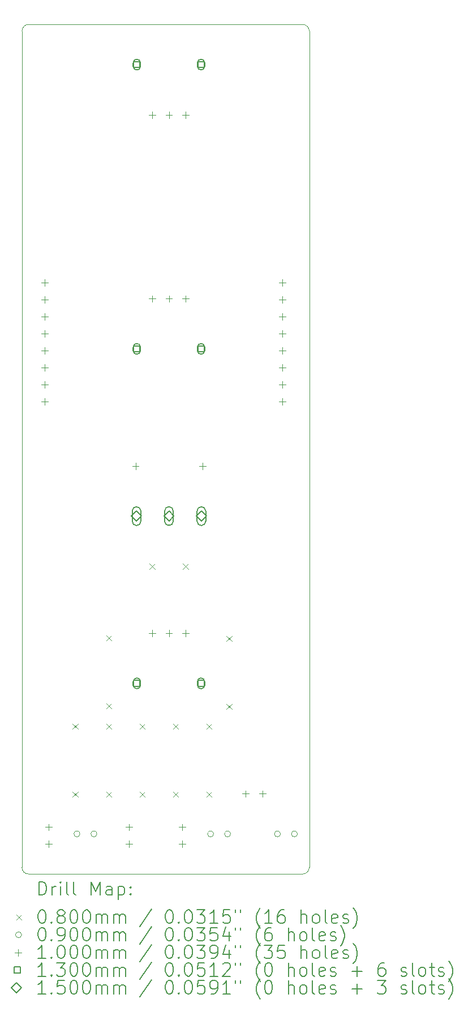
<source format=gbr>
%FSLAX45Y45*%
G04 Gerber Fmt 4.5, Leading zero omitted, Abs format (unit mm)*
G04 Created by KiCad (PCBNEW (6.0.5)) date 2022-09-08 21:10:07*
%MOMM*%
%LPD*%
G01*
G04 APERTURE LIST*
%TA.AperFunction,Profile*%
%ADD10C,0.100000*%
%TD*%
%ADD11C,0.200000*%
%ADD12C,0.080000*%
%ADD13C,0.090000*%
%ADD14C,0.100000*%
%ADD15C,0.130000*%
%ADD16C,0.150000*%
G04 APERTURE END LIST*
D10*
X7800000Y-18500000D02*
G75*
G03*
X7900000Y-18600000I100000J0D01*
G01*
X7800000Y-18500000D02*
X7800000Y-6000000D01*
X12100000Y-6000000D02*
G75*
G03*
X12000000Y-5900000I-100000J0D01*
G01*
X7900000Y-5900000D02*
X12000000Y-5900000D01*
X7900000Y-5900000D02*
G75*
G03*
X7800000Y-6000000I0J-100000D01*
G01*
X12000000Y-18600000D02*
X7900000Y-18600000D01*
X12000000Y-18600000D02*
G75*
G03*
X12100000Y-18500000I0J100000D01*
G01*
X12100000Y-6000000D02*
X12100000Y-18500000D01*
D11*
D12*
X8560000Y-16352000D02*
X8640000Y-16432000D01*
X8640000Y-16352000D02*
X8560000Y-16432000D01*
X8560000Y-17368000D02*
X8640000Y-17448000D01*
X8640000Y-17368000D02*
X8560000Y-17448000D01*
X9060000Y-15032000D02*
X9140000Y-15112000D01*
X9140000Y-15032000D02*
X9060000Y-15112000D01*
X9060000Y-16048000D02*
X9140000Y-16128000D01*
X9140000Y-16048000D02*
X9060000Y-16128000D01*
X9060000Y-16352000D02*
X9140000Y-16432000D01*
X9140000Y-16352000D02*
X9060000Y-16432000D01*
X9060000Y-17368000D02*
X9140000Y-17448000D01*
X9140000Y-17368000D02*
X9060000Y-17448000D01*
X9560000Y-16352000D02*
X9640000Y-16432000D01*
X9640000Y-16352000D02*
X9560000Y-16432000D01*
X9560000Y-17368000D02*
X9640000Y-17448000D01*
X9640000Y-17368000D02*
X9560000Y-17448000D01*
X9710000Y-13960000D02*
X9790000Y-14040000D01*
X9790000Y-13960000D02*
X9710000Y-14040000D01*
X10060000Y-16352000D02*
X10140000Y-16432000D01*
X10140000Y-16352000D02*
X10060000Y-16432000D01*
X10060000Y-17368000D02*
X10140000Y-17448000D01*
X10140000Y-17368000D02*
X10060000Y-17448000D01*
X10210000Y-13960000D02*
X10290000Y-14040000D01*
X10290000Y-13960000D02*
X10210000Y-14040000D01*
X10560000Y-16352000D02*
X10640000Y-16432000D01*
X10640000Y-16352000D02*
X10560000Y-16432000D01*
X10560000Y-17368000D02*
X10640000Y-17448000D01*
X10640000Y-17368000D02*
X10560000Y-17448000D01*
X10860000Y-15040000D02*
X10940000Y-15120000D01*
X10940000Y-15040000D02*
X10860000Y-15120000D01*
X10860000Y-16056000D02*
X10940000Y-16136000D01*
X10940000Y-16056000D02*
X10860000Y-16136000D01*
D13*
X8668000Y-18000000D02*
G75*
G03*
X8668000Y-18000000I-45000J0D01*
G01*
X8922000Y-18000000D02*
G75*
G03*
X8922000Y-18000000I-45000J0D01*
G01*
X10668000Y-18000000D02*
G75*
G03*
X10668000Y-18000000I-45000J0D01*
G01*
X10922000Y-18000000D02*
G75*
G03*
X10922000Y-18000000I-45000J0D01*
G01*
X11668000Y-18000000D02*
G75*
G03*
X11668000Y-18000000I-45000J0D01*
G01*
X11922000Y-18000000D02*
G75*
G03*
X11922000Y-18000000I-45000J0D01*
G01*
D14*
X8141300Y-9709200D02*
X8141300Y-9809200D01*
X8091300Y-9759200D02*
X8191300Y-9759200D01*
X8141300Y-9963200D02*
X8141300Y-10063200D01*
X8091300Y-10013200D02*
X8191300Y-10013200D01*
X8141300Y-10217200D02*
X8141300Y-10317200D01*
X8091300Y-10267200D02*
X8191300Y-10267200D01*
X8141300Y-10471200D02*
X8141300Y-10571200D01*
X8091300Y-10521200D02*
X8191300Y-10521200D01*
X8141300Y-10725200D02*
X8141300Y-10825200D01*
X8091300Y-10775200D02*
X8191300Y-10775200D01*
X8141300Y-10979200D02*
X8141300Y-11079200D01*
X8091300Y-11029200D02*
X8191300Y-11029200D01*
X8141300Y-11233200D02*
X8141300Y-11333200D01*
X8091300Y-11283200D02*
X8191300Y-11283200D01*
X8141300Y-11487200D02*
X8141300Y-11587200D01*
X8091300Y-11537200D02*
X8191300Y-11537200D01*
X8200000Y-17850000D02*
X8200000Y-17950000D01*
X8150000Y-17900000D02*
X8250000Y-17900000D01*
X8200000Y-18100000D02*
X8200000Y-18200000D01*
X8150000Y-18150000D02*
X8250000Y-18150000D01*
X9400000Y-17850000D02*
X9400000Y-17950000D01*
X9350000Y-17900000D02*
X9450000Y-17900000D01*
X9400000Y-18100000D02*
X9400000Y-18200000D01*
X9350000Y-18150000D02*
X9450000Y-18150000D01*
X9500000Y-12450000D02*
X9500000Y-12550000D01*
X9450000Y-12500000D02*
X9550000Y-12500000D01*
X9750000Y-7200000D02*
X9750000Y-7300000D01*
X9700000Y-7250000D02*
X9800000Y-7250000D01*
X9750000Y-9950000D02*
X9750000Y-10050000D01*
X9700000Y-10000000D02*
X9800000Y-10000000D01*
X9750000Y-14950000D02*
X9750000Y-15050000D01*
X9700000Y-15000000D02*
X9800000Y-15000000D01*
X10000000Y-7200000D02*
X10000000Y-7300000D01*
X9950000Y-7250000D02*
X10050000Y-7250000D01*
X10000000Y-9950000D02*
X10000000Y-10050000D01*
X9950000Y-10000000D02*
X10050000Y-10000000D01*
X10000000Y-14950000D02*
X10000000Y-15050000D01*
X9950000Y-15000000D02*
X10050000Y-15000000D01*
X10200000Y-17850000D02*
X10200000Y-17950000D01*
X10150000Y-17900000D02*
X10250000Y-17900000D01*
X10200000Y-18100000D02*
X10200000Y-18200000D01*
X10150000Y-18150000D02*
X10250000Y-18150000D01*
X10250000Y-7200000D02*
X10250000Y-7300000D01*
X10200000Y-7250000D02*
X10300000Y-7250000D01*
X10250000Y-9950000D02*
X10250000Y-10050000D01*
X10200000Y-10000000D02*
X10300000Y-10000000D01*
X10250000Y-14950000D02*
X10250000Y-15050000D01*
X10200000Y-15000000D02*
X10300000Y-15000000D01*
X10500000Y-12450000D02*
X10500000Y-12550000D01*
X10450000Y-12500000D02*
X10550000Y-12500000D01*
X11150000Y-17350000D02*
X11150000Y-17450000D01*
X11100000Y-17400000D02*
X11200000Y-17400000D01*
X11400000Y-17350000D02*
X11400000Y-17450000D01*
X11350000Y-17400000D02*
X11450000Y-17400000D01*
X11697300Y-9709300D02*
X11697300Y-9809300D01*
X11647300Y-9759300D02*
X11747300Y-9759300D01*
X11697300Y-9963300D02*
X11697300Y-10063300D01*
X11647300Y-10013300D02*
X11747300Y-10013300D01*
X11697300Y-10217300D02*
X11697300Y-10317300D01*
X11647300Y-10267300D02*
X11747300Y-10267300D01*
X11697300Y-10471300D02*
X11697300Y-10571300D01*
X11647300Y-10521300D02*
X11747300Y-10521300D01*
X11697300Y-10725300D02*
X11697300Y-10825300D01*
X11647300Y-10775300D02*
X11747300Y-10775300D01*
X11697300Y-10979300D02*
X11697300Y-11079300D01*
X11647300Y-11029300D02*
X11747300Y-11029300D01*
X11697300Y-11233300D02*
X11697300Y-11333300D01*
X11647300Y-11283300D02*
X11747300Y-11283300D01*
X11697300Y-11487300D02*
X11697300Y-11587300D01*
X11647300Y-11537300D02*
X11747300Y-11537300D01*
D15*
X9565962Y-6545962D02*
X9565962Y-6454038D01*
X9474038Y-6454038D01*
X9474038Y-6545962D01*
X9565962Y-6545962D01*
D11*
X9465000Y-6475000D02*
X9465000Y-6525000D01*
X9575000Y-6475000D02*
X9575000Y-6525000D01*
X9465000Y-6525000D02*
G75*
G03*
X9575000Y-6525000I55000J0D01*
G01*
X9575000Y-6475000D02*
G75*
G03*
X9465000Y-6475000I-55000J0D01*
G01*
D15*
X9565962Y-10795962D02*
X9565962Y-10704038D01*
X9474038Y-10704038D01*
X9474038Y-10795962D01*
X9565962Y-10795962D01*
D11*
X9575000Y-10775000D02*
X9575000Y-10725000D01*
X9465000Y-10775000D02*
X9465000Y-10725000D01*
X9575000Y-10725000D02*
G75*
G03*
X9465000Y-10725000I-55000J0D01*
G01*
X9465000Y-10775000D02*
G75*
G03*
X9575000Y-10775000I55000J0D01*
G01*
D15*
X9565962Y-15795962D02*
X9565962Y-15704038D01*
X9474038Y-15704038D01*
X9474038Y-15795962D01*
X9565962Y-15795962D01*
D11*
X9575000Y-15775000D02*
X9575000Y-15725000D01*
X9465000Y-15775000D02*
X9465000Y-15725000D01*
X9575000Y-15725000D02*
G75*
G03*
X9465000Y-15725000I-55000J0D01*
G01*
X9465000Y-15775000D02*
G75*
G03*
X9575000Y-15775000I55000J0D01*
G01*
D15*
X10525962Y-6545962D02*
X10525962Y-6454038D01*
X10434038Y-6454038D01*
X10434038Y-6545962D01*
X10525962Y-6545962D01*
D11*
X10425000Y-6475000D02*
X10425000Y-6525000D01*
X10535000Y-6475000D02*
X10535000Y-6525000D01*
X10425000Y-6525000D02*
G75*
G03*
X10535000Y-6525000I55000J0D01*
G01*
X10535000Y-6475000D02*
G75*
G03*
X10425000Y-6475000I-55000J0D01*
G01*
D15*
X10525962Y-10795962D02*
X10525962Y-10704038D01*
X10434038Y-10704038D01*
X10434038Y-10795962D01*
X10525962Y-10795962D01*
D11*
X10535000Y-10775000D02*
X10535000Y-10725000D01*
X10425000Y-10775000D02*
X10425000Y-10725000D01*
X10535000Y-10725000D02*
G75*
G03*
X10425000Y-10725000I-55000J0D01*
G01*
X10425000Y-10775000D02*
G75*
G03*
X10535000Y-10775000I55000J0D01*
G01*
D15*
X10525962Y-15795962D02*
X10525962Y-15704038D01*
X10434038Y-15704038D01*
X10434038Y-15795962D01*
X10525962Y-15795962D01*
D11*
X10535000Y-15775000D02*
X10535000Y-15725000D01*
X10425000Y-15775000D02*
X10425000Y-15725000D01*
X10535000Y-15725000D02*
G75*
G03*
X10425000Y-15725000I-55000J0D01*
G01*
X10425000Y-15775000D02*
G75*
G03*
X10535000Y-15775000I55000J0D01*
G01*
D16*
X9515000Y-13325000D02*
X9590000Y-13250000D01*
X9515000Y-13175000D01*
X9440000Y-13250000D01*
X9515000Y-13325000D01*
D11*
X9580000Y-13325000D02*
X9580000Y-13175000D01*
X9450000Y-13325000D02*
X9450000Y-13175000D01*
X9580000Y-13175000D02*
G75*
G03*
X9450000Y-13175000I-65000J0D01*
G01*
X9450000Y-13325000D02*
G75*
G03*
X9580000Y-13325000I65000J0D01*
G01*
D16*
X10000000Y-13325000D02*
X10075000Y-13250000D01*
X10000000Y-13175000D01*
X9925000Y-13250000D01*
X10000000Y-13325000D01*
D11*
X10065000Y-13325000D02*
X10065000Y-13175000D01*
X9935000Y-13325000D02*
X9935000Y-13175000D01*
X10065000Y-13175000D02*
G75*
G03*
X9935000Y-13175000I-65000J0D01*
G01*
X9935000Y-13325000D02*
G75*
G03*
X10065000Y-13325000I65000J0D01*
G01*
D16*
X10485000Y-13325000D02*
X10560000Y-13250000D01*
X10485000Y-13175000D01*
X10410000Y-13250000D01*
X10485000Y-13325000D01*
D11*
X10550000Y-13325000D02*
X10550000Y-13175000D01*
X10420000Y-13325000D02*
X10420000Y-13175000D01*
X10550000Y-13175000D02*
G75*
G03*
X10420000Y-13175000I-65000J0D01*
G01*
X10420000Y-13325000D02*
G75*
G03*
X10550000Y-13325000I65000J0D01*
G01*
X8052619Y-18915476D02*
X8052619Y-18715476D01*
X8100238Y-18715476D01*
X8128809Y-18725000D01*
X8147857Y-18744048D01*
X8157381Y-18763095D01*
X8166905Y-18801190D01*
X8166905Y-18829762D01*
X8157381Y-18867857D01*
X8147857Y-18886905D01*
X8128809Y-18905952D01*
X8100238Y-18915476D01*
X8052619Y-18915476D01*
X8252619Y-18915476D02*
X8252619Y-18782143D01*
X8252619Y-18820238D02*
X8262143Y-18801190D01*
X8271667Y-18791667D01*
X8290714Y-18782143D01*
X8309762Y-18782143D01*
X8376428Y-18915476D02*
X8376428Y-18782143D01*
X8376428Y-18715476D02*
X8366905Y-18725000D01*
X8376428Y-18734524D01*
X8385952Y-18725000D01*
X8376428Y-18715476D01*
X8376428Y-18734524D01*
X8500238Y-18915476D02*
X8481190Y-18905952D01*
X8471667Y-18886905D01*
X8471667Y-18715476D01*
X8605000Y-18915476D02*
X8585952Y-18905952D01*
X8576429Y-18886905D01*
X8576429Y-18715476D01*
X8833571Y-18915476D02*
X8833571Y-18715476D01*
X8900238Y-18858333D01*
X8966905Y-18715476D01*
X8966905Y-18915476D01*
X9147857Y-18915476D02*
X9147857Y-18810714D01*
X9138333Y-18791667D01*
X9119286Y-18782143D01*
X9081190Y-18782143D01*
X9062143Y-18791667D01*
X9147857Y-18905952D02*
X9128810Y-18915476D01*
X9081190Y-18915476D01*
X9062143Y-18905952D01*
X9052619Y-18886905D01*
X9052619Y-18867857D01*
X9062143Y-18848810D01*
X9081190Y-18839286D01*
X9128810Y-18839286D01*
X9147857Y-18829762D01*
X9243095Y-18782143D02*
X9243095Y-18982143D01*
X9243095Y-18791667D02*
X9262143Y-18782143D01*
X9300238Y-18782143D01*
X9319286Y-18791667D01*
X9328810Y-18801190D01*
X9338333Y-18820238D01*
X9338333Y-18877381D01*
X9328810Y-18896429D01*
X9319286Y-18905952D01*
X9300238Y-18915476D01*
X9262143Y-18915476D01*
X9243095Y-18905952D01*
X9424048Y-18896429D02*
X9433571Y-18905952D01*
X9424048Y-18915476D01*
X9414524Y-18905952D01*
X9424048Y-18896429D01*
X9424048Y-18915476D01*
X9424048Y-18791667D02*
X9433571Y-18801190D01*
X9424048Y-18810714D01*
X9414524Y-18801190D01*
X9424048Y-18791667D01*
X9424048Y-18810714D01*
D12*
X7715000Y-19205000D02*
X7795000Y-19285000D01*
X7795000Y-19205000D02*
X7715000Y-19285000D01*
D11*
X8090714Y-19135476D02*
X8109762Y-19135476D01*
X8128809Y-19145000D01*
X8138333Y-19154524D01*
X8147857Y-19173571D01*
X8157381Y-19211667D01*
X8157381Y-19259286D01*
X8147857Y-19297381D01*
X8138333Y-19316429D01*
X8128809Y-19325952D01*
X8109762Y-19335476D01*
X8090714Y-19335476D01*
X8071667Y-19325952D01*
X8062143Y-19316429D01*
X8052619Y-19297381D01*
X8043095Y-19259286D01*
X8043095Y-19211667D01*
X8052619Y-19173571D01*
X8062143Y-19154524D01*
X8071667Y-19145000D01*
X8090714Y-19135476D01*
X8243095Y-19316429D02*
X8252619Y-19325952D01*
X8243095Y-19335476D01*
X8233571Y-19325952D01*
X8243095Y-19316429D01*
X8243095Y-19335476D01*
X8366905Y-19221190D02*
X8347857Y-19211667D01*
X8338333Y-19202143D01*
X8328809Y-19183095D01*
X8328809Y-19173571D01*
X8338333Y-19154524D01*
X8347857Y-19145000D01*
X8366905Y-19135476D01*
X8405000Y-19135476D01*
X8424048Y-19145000D01*
X8433571Y-19154524D01*
X8443095Y-19173571D01*
X8443095Y-19183095D01*
X8433571Y-19202143D01*
X8424048Y-19211667D01*
X8405000Y-19221190D01*
X8366905Y-19221190D01*
X8347857Y-19230714D01*
X8338333Y-19240238D01*
X8328809Y-19259286D01*
X8328809Y-19297381D01*
X8338333Y-19316429D01*
X8347857Y-19325952D01*
X8366905Y-19335476D01*
X8405000Y-19335476D01*
X8424048Y-19325952D01*
X8433571Y-19316429D01*
X8443095Y-19297381D01*
X8443095Y-19259286D01*
X8433571Y-19240238D01*
X8424048Y-19230714D01*
X8405000Y-19221190D01*
X8566905Y-19135476D02*
X8585952Y-19135476D01*
X8605000Y-19145000D01*
X8614524Y-19154524D01*
X8624048Y-19173571D01*
X8633571Y-19211667D01*
X8633571Y-19259286D01*
X8624048Y-19297381D01*
X8614524Y-19316429D01*
X8605000Y-19325952D01*
X8585952Y-19335476D01*
X8566905Y-19335476D01*
X8547857Y-19325952D01*
X8538333Y-19316429D01*
X8528810Y-19297381D01*
X8519286Y-19259286D01*
X8519286Y-19211667D01*
X8528810Y-19173571D01*
X8538333Y-19154524D01*
X8547857Y-19145000D01*
X8566905Y-19135476D01*
X8757381Y-19135476D02*
X8776429Y-19135476D01*
X8795476Y-19145000D01*
X8805000Y-19154524D01*
X8814524Y-19173571D01*
X8824048Y-19211667D01*
X8824048Y-19259286D01*
X8814524Y-19297381D01*
X8805000Y-19316429D01*
X8795476Y-19325952D01*
X8776429Y-19335476D01*
X8757381Y-19335476D01*
X8738333Y-19325952D01*
X8728810Y-19316429D01*
X8719286Y-19297381D01*
X8709762Y-19259286D01*
X8709762Y-19211667D01*
X8719286Y-19173571D01*
X8728810Y-19154524D01*
X8738333Y-19145000D01*
X8757381Y-19135476D01*
X8909762Y-19335476D02*
X8909762Y-19202143D01*
X8909762Y-19221190D02*
X8919286Y-19211667D01*
X8938333Y-19202143D01*
X8966905Y-19202143D01*
X8985952Y-19211667D01*
X8995476Y-19230714D01*
X8995476Y-19335476D01*
X8995476Y-19230714D02*
X9005000Y-19211667D01*
X9024048Y-19202143D01*
X9052619Y-19202143D01*
X9071667Y-19211667D01*
X9081190Y-19230714D01*
X9081190Y-19335476D01*
X9176429Y-19335476D02*
X9176429Y-19202143D01*
X9176429Y-19221190D02*
X9185952Y-19211667D01*
X9205000Y-19202143D01*
X9233571Y-19202143D01*
X9252619Y-19211667D01*
X9262143Y-19230714D01*
X9262143Y-19335476D01*
X9262143Y-19230714D02*
X9271667Y-19211667D01*
X9290714Y-19202143D01*
X9319286Y-19202143D01*
X9338333Y-19211667D01*
X9347857Y-19230714D01*
X9347857Y-19335476D01*
X9738333Y-19125952D02*
X9566905Y-19383095D01*
X9995476Y-19135476D02*
X10014524Y-19135476D01*
X10033571Y-19145000D01*
X10043095Y-19154524D01*
X10052619Y-19173571D01*
X10062143Y-19211667D01*
X10062143Y-19259286D01*
X10052619Y-19297381D01*
X10043095Y-19316429D01*
X10033571Y-19325952D01*
X10014524Y-19335476D01*
X9995476Y-19335476D01*
X9976429Y-19325952D01*
X9966905Y-19316429D01*
X9957381Y-19297381D01*
X9947857Y-19259286D01*
X9947857Y-19211667D01*
X9957381Y-19173571D01*
X9966905Y-19154524D01*
X9976429Y-19145000D01*
X9995476Y-19135476D01*
X10147857Y-19316429D02*
X10157381Y-19325952D01*
X10147857Y-19335476D01*
X10138333Y-19325952D01*
X10147857Y-19316429D01*
X10147857Y-19335476D01*
X10281190Y-19135476D02*
X10300238Y-19135476D01*
X10319286Y-19145000D01*
X10328810Y-19154524D01*
X10338333Y-19173571D01*
X10347857Y-19211667D01*
X10347857Y-19259286D01*
X10338333Y-19297381D01*
X10328810Y-19316429D01*
X10319286Y-19325952D01*
X10300238Y-19335476D01*
X10281190Y-19335476D01*
X10262143Y-19325952D01*
X10252619Y-19316429D01*
X10243095Y-19297381D01*
X10233571Y-19259286D01*
X10233571Y-19211667D01*
X10243095Y-19173571D01*
X10252619Y-19154524D01*
X10262143Y-19145000D01*
X10281190Y-19135476D01*
X10414524Y-19135476D02*
X10538333Y-19135476D01*
X10471667Y-19211667D01*
X10500238Y-19211667D01*
X10519286Y-19221190D01*
X10528810Y-19230714D01*
X10538333Y-19249762D01*
X10538333Y-19297381D01*
X10528810Y-19316429D01*
X10519286Y-19325952D01*
X10500238Y-19335476D01*
X10443095Y-19335476D01*
X10424048Y-19325952D01*
X10414524Y-19316429D01*
X10728810Y-19335476D02*
X10614524Y-19335476D01*
X10671667Y-19335476D02*
X10671667Y-19135476D01*
X10652619Y-19164048D01*
X10633571Y-19183095D01*
X10614524Y-19192619D01*
X10909762Y-19135476D02*
X10814524Y-19135476D01*
X10805000Y-19230714D01*
X10814524Y-19221190D01*
X10833571Y-19211667D01*
X10881190Y-19211667D01*
X10900238Y-19221190D01*
X10909762Y-19230714D01*
X10919286Y-19249762D01*
X10919286Y-19297381D01*
X10909762Y-19316429D01*
X10900238Y-19325952D01*
X10881190Y-19335476D01*
X10833571Y-19335476D01*
X10814524Y-19325952D01*
X10805000Y-19316429D01*
X10995476Y-19135476D02*
X10995476Y-19173571D01*
X11071667Y-19135476D02*
X11071667Y-19173571D01*
X11366905Y-19411667D02*
X11357381Y-19402143D01*
X11338333Y-19373571D01*
X11328809Y-19354524D01*
X11319286Y-19325952D01*
X11309762Y-19278333D01*
X11309762Y-19240238D01*
X11319286Y-19192619D01*
X11328809Y-19164048D01*
X11338333Y-19145000D01*
X11357381Y-19116429D01*
X11366905Y-19106905D01*
X11547857Y-19335476D02*
X11433571Y-19335476D01*
X11490714Y-19335476D02*
X11490714Y-19135476D01*
X11471667Y-19164048D01*
X11452619Y-19183095D01*
X11433571Y-19192619D01*
X11719286Y-19135476D02*
X11681190Y-19135476D01*
X11662143Y-19145000D01*
X11652619Y-19154524D01*
X11633571Y-19183095D01*
X11624048Y-19221190D01*
X11624048Y-19297381D01*
X11633571Y-19316429D01*
X11643095Y-19325952D01*
X11662143Y-19335476D01*
X11700238Y-19335476D01*
X11719286Y-19325952D01*
X11728809Y-19316429D01*
X11738333Y-19297381D01*
X11738333Y-19249762D01*
X11728809Y-19230714D01*
X11719286Y-19221190D01*
X11700238Y-19211667D01*
X11662143Y-19211667D01*
X11643095Y-19221190D01*
X11633571Y-19230714D01*
X11624048Y-19249762D01*
X11976428Y-19335476D02*
X11976428Y-19135476D01*
X12062143Y-19335476D02*
X12062143Y-19230714D01*
X12052619Y-19211667D01*
X12033571Y-19202143D01*
X12005000Y-19202143D01*
X11985952Y-19211667D01*
X11976428Y-19221190D01*
X12185952Y-19335476D02*
X12166905Y-19325952D01*
X12157381Y-19316429D01*
X12147857Y-19297381D01*
X12147857Y-19240238D01*
X12157381Y-19221190D01*
X12166905Y-19211667D01*
X12185952Y-19202143D01*
X12214524Y-19202143D01*
X12233571Y-19211667D01*
X12243095Y-19221190D01*
X12252619Y-19240238D01*
X12252619Y-19297381D01*
X12243095Y-19316429D01*
X12233571Y-19325952D01*
X12214524Y-19335476D01*
X12185952Y-19335476D01*
X12366905Y-19335476D02*
X12347857Y-19325952D01*
X12338333Y-19306905D01*
X12338333Y-19135476D01*
X12519286Y-19325952D02*
X12500238Y-19335476D01*
X12462143Y-19335476D01*
X12443095Y-19325952D01*
X12433571Y-19306905D01*
X12433571Y-19230714D01*
X12443095Y-19211667D01*
X12462143Y-19202143D01*
X12500238Y-19202143D01*
X12519286Y-19211667D01*
X12528809Y-19230714D01*
X12528809Y-19249762D01*
X12433571Y-19268810D01*
X12605000Y-19325952D02*
X12624048Y-19335476D01*
X12662143Y-19335476D01*
X12681190Y-19325952D01*
X12690714Y-19306905D01*
X12690714Y-19297381D01*
X12681190Y-19278333D01*
X12662143Y-19268810D01*
X12633571Y-19268810D01*
X12614524Y-19259286D01*
X12605000Y-19240238D01*
X12605000Y-19230714D01*
X12614524Y-19211667D01*
X12633571Y-19202143D01*
X12662143Y-19202143D01*
X12681190Y-19211667D01*
X12757381Y-19411667D02*
X12766905Y-19402143D01*
X12785952Y-19373571D01*
X12795476Y-19354524D01*
X12805000Y-19325952D01*
X12814524Y-19278333D01*
X12814524Y-19240238D01*
X12805000Y-19192619D01*
X12795476Y-19164048D01*
X12785952Y-19145000D01*
X12766905Y-19116429D01*
X12757381Y-19106905D01*
D13*
X7795000Y-19509000D02*
G75*
G03*
X7795000Y-19509000I-45000J0D01*
G01*
D11*
X8090714Y-19399476D02*
X8109762Y-19399476D01*
X8128809Y-19409000D01*
X8138333Y-19418524D01*
X8147857Y-19437571D01*
X8157381Y-19475667D01*
X8157381Y-19523286D01*
X8147857Y-19561381D01*
X8138333Y-19580429D01*
X8128809Y-19589952D01*
X8109762Y-19599476D01*
X8090714Y-19599476D01*
X8071667Y-19589952D01*
X8062143Y-19580429D01*
X8052619Y-19561381D01*
X8043095Y-19523286D01*
X8043095Y-19475667D01*
X8052619Y-19437571D01*
X8062143Y-19418524D01*
X8071667Y-19409000D01*
X8090714Y-19399476D01*
X8243095Y-19580429D02*
X8252619Y-19589952D01*
X8243095Y-19599476D01*
X8233571Y-19589952D01*
X8243095Y-19580429D01*
X8243095Y-19599476D01*
X8347857Y-19599476D02*
X8385952Y-19599476D01*
X8405000Y-19589952D01*
X8414524Y-19580429D01*
X8433571Y-19551857D01*
X8443095Y-19513762D01*
X8443095Y-19437571D01*
X8433571Y-19418524D01*
X8424048Y-19409000D01*
X8405000Y-19399476D01*
X8366905Y-19399476D01*
X8347857Y-19409000D01*
X8338333Y-19418524D01*
X8328809Y-19437571D01*
X8328809Y-19485190D01*
X8338333Y-19504238D01*
X8347857Y-19513762D01*
X8366905Y-19523286D01*
X8405000Y-19523286D01*
X8424048Y-19513762D01*
X8433571Y-19504238D01*
X8443095Y-19485190D01*
X8566905Y-19399476D02*
X8585952Y-19399476D01*
X8605000Y-19409000D01*
X8614524Y-19418524D01*
X8624048Y-19437571D01*
X8633571Y-19475667D01*
X8633571Y-19523286D01*
X8624048Y-19561381D01*
X8614524Y-19580429D01*
X8605000Y-19589952D01*
X8585952Y-19599476D01*
X8566905Y-19599476D01*
X8547857Y-19589952D01*
X8538333Y-19580429D01*
X8528810Y-19561381D01*
X8519286Y-19523286D01*
X8519286Y-19475667D01*
X8528810Y-19437571D01*
X8538333Y-19418524D01*
X8547857Y-19409000D01*
X8566905Y-19399476D01*
X8757381Y-19399476D02*
X8776429Y-19399476D01*
X8795476Y-19409000D01*
X8805000Y-19418524D01*
X8814524Y-19437571D01*
X8824048Y-19475667D01*
X8824048Y-19523286D01*
X8814524Y-19561381D01*
X8805000Y-19580429D01*
X8795476Y-19589952D01*
X8776429Y-19599476D01*
X8757381Y-19599476D01*
X8738333Y-19589952D01*
X8728810Y-19580429D01*
X8719286Y-19561381D01*
X8709762Y-19523286D01*
X8709762Y-19475667D01*
X8719286Y-19437571D01*
X8728810Y-19418524D01*
X8738333Y-19409000D01*
X8757381Y-19399476D01*
X8909762Y-19599476D02*
X8909762Y-19466143D01*
X8909762Y-19485190D02*
X8919286Y-19475667D01*
X8938333Y-19466143D01*
X8966905Y-19466143D01*
X8985952Y-19475667D01*
X8995476Y-19494714D01*
X8995476Y-19599476D01*
X8995476Y-19494714D02*
X9005000Y-19475667D01*
X9024048Y-19466143D01*
X9052619Y-19466143D01*
X9071667Y-19475667D01*
X9081190Y-19494714D01*
X9081190Y-19599476D01*
X9176429Y-19599476D02*
X9176429Y-19466143D01*
X9176429Y-19485190D02*
X9185952Y-19475667D01*
X9205000Y-19466143D01*
X9233571Y-19466143D01*
X9252619Y-19475667D01*
X9262143Y-19494714D01*
X9262143Y-19599476D01*
X9262143Y-19494714D02*
X9271667Y-19475667D01*
X9290714Y-19466143D01*
X9319286Y-19466143D01*
X9338333Y-19475667D01*
X9347857Y-19494714D01*
X9347857Y-19599476D01*
X9738333Y-19389952D02*
X9566905Y-19647095D01*
X9995476Y-19399476D02*
X10014524Y-19399476D01*
X10033571Y-19409000D01*
X10043095Y-19418524D01*
X10052619Y-19437571D01*
X10062143Y-19475667D01*
X10062143Y-19523286D01*
X10052619Y-19561381D01*
X10043095Y-19580429D01*
X10033571Y-19589952D01*
X10014524Y-19599476D01*
X9995476Y-19599476D01*
X9976429Y-19589952D01*
X9966905Y-19580429D01*
X9957381Y-19561381D01*
X9947857Y-19523286D01*
X9947857Y-19475667D01*
X9957381Y-19437571D01*
X9966905Y-19418524D01*
X9976429Y-19409000D01*
X9995476Y-19399476D01*
X10147857Y-19580429D02*
X10157381Y-19589952D01*
X10147857Y-19599476D01*
X10138333Y-19589952D01*
X10147857Y-19580429D01*
X10147857Y-19599476D01*
X10281190Y-19399476D02*
X10300238Y-19399476D01*
X10319286Y-19409000D01*
X10328810Y-19418524D01*
X10338333Y-19437571D01*
X10347857Y-19475667D01*
X10347857Y-19523286D01*
X10338333Y-19561381D01*
X10328810Y-19580429D01*
X10319286Y-19589952D01*
X10300238Y-19599476D01*
X10281190Y-19599476D01*
X10262143Y-19589952D01*
X10252619Y-19580429D01*
X10243095Y-19561381D01*
X10233571Y-19523286D01*
X10233571Y-19475667D01*
X10243095Y-19437571D01*
X10252619Y-19418524D01*
X10262143Y-19409000D01*
X10281190Y-19399476D01*
X10414524Y-19399476D02*
X10538333Y-19399476D01*
X10471667Y-19475667D01*
X10500238Y-19475667D01*
X10519286Y-19485190D01*
X10528810Y-19494714D01*
X10538333Y-19513762D01*
X10538333Y-19561381D01*
X10528810Y-19580429D01*
X10519286Y-19589952D01*
X10500238Y-19599476D01*
X10443095Y-19599476D01*
X10424048Y-19589952D01*
X10414524Y-19580429D01*
X10719286Y-19399476D02*
X10624048Y-19399476D01*
X10614524Y-19494714D01*
X10624048Y-19485190D01*
X10643095Y-19475667D01*
X10690714Y-19475667D01*
X10709762Y-19485190D01*
X10719286Y-19494714D01*
X10728810Y-19513762D01*
X10728810Y-19561381D01*
X10719286Y-19580429D01*
X10709762Y-19589952D01*
X10690714Y-19599476D01*
X10643095Y-19599476D01*
X10624048Y-19589952D01*
X10614524Y-19580429D01*
X10900238Y-19466143D02*
X10900238Y-19599476D01*
X10852619Y-19389952D02*
X10805000Y-19532810D01*
X10928810Y-19532810D01*
X10995476Y-19399476D02*
X10995476Y-19437571D01*
X11071667Y-19399476D02*
X11071667Y-19437571D01*
X11366905Y-19675667D02*
X11357381Y-19666143D01*
X11338333Y-19637571D01*
X11328809Y-19618524D01*
X11319286Y-19589952D01*
X11309762Y-19542333D01*
X11309762Y-19504238D01*
X11319286Y-19456619D01*
X11328809Y-19428048D01*
X11338333Y-19409000D01*
X11357381Y-19380429D01*
X11366905Y-19370905D01*
X11528809Y-19399476D02*
X11490714Y-19399476D01*
X11471667Y-19409000D01*
X11462143Y-19418524D01*
X11443095Y-19447095D01*
X11433571Y-19485190D01*
X11433571Y-19561381D01*
X11443095Y-19580429D01*
X11452619Y-19589952D01*
X11471667Y-19599476D01*
X11509762Y-19599476D01*
X11528809Y-19589952D01*
X11538333Y-19580429D01*
X11547857Y-19561381D01*
X11547857Y-19513762D01*
X11538333Y-19494714D01*
X11528809Y-19485190D01*
X11509762Y-19475667D01*
X11471667Y-19475667D01*
X11452619Y-19485190D01*
X11443095Y-19494714D01*
X11433571Y-19513762D01*
X11785952Y-19599476D02*
X11785952Y-19399476D01*
X11871667Y-19599476D02*
X11871667Y-19494714D01*
X11862143Y-19475667D01*
X11843095Y-19466143D01*
X11814524Y-19466143D01*
X11795476Y-19475667D01*
X11785952Y-19485190D01*
X11995476Y-19599476D02*
X11976428Y-19589952D01*
X11966905Y-19580429D01*
X11957381Y-19561381D01*
X11957381Y-19504238D01*
X11966905Y-19485190D01*
X11976428Y-19475667D01*
X11995476Y-19466143D01*
X12024048Y-19466143D01*
X12043095Y-19475667D01*
X12052619Y-19485190D01*
X12062143Y-19504238D01*
X12062143Y-19561381D01*
X12052619Y-19580429D01*
X12043095Y-19589952D01*
X12024048Y-19599476D01*
X11995476Y-19599476D01*
X12176428Y-19599476D02*
X12157381Y-19589952D01*
X12147857Y-19570905D01*
X12147857Y-19399476D01*
X12328809Y-19589952D02*
X12309762Y-19599476D01*
X12271667Y-19599476D01*
X12252619Y-19589952D01*
X12243095Y-19570905D01*
X12243095Y-19494714D01*
X12252619Y-19475667D01*
X12271667Y-19466143D01*
X12309762Y-19466143D01*
X12328809Y-19475667D01*
X12338333Y-19494714D01*
X12338333Y-19513762D01*
X12243095Y-19532810D01*
X12414524Y-19589952D02*
X12433571Y-19599476D01*
X12471667Y-19599476D01*
X12490714Y-19589952D01*
X12500238Y-19570905D01*
X12500238Y-19561381D01*
X12490714Y-19542333D01*
X12471667Y-19532810D01*
X12443095Y-19532810D01*
X12424048Y-19523286D01*
X12414524Y-19504238D01*
X12414524Y-19494714D01*
X12424048Y-19475667D01*
X12443095Y-19466143D01*
X12471667Y-19466143D01*
X12490714Y-19475667D01*
X12566905Y-19675667D02*
X12576428Y-19666143D01*
X12595476Y-19637571D01*
X12605000Y-19618524D01*
X12614524Y-19589952D01*
X12624048Y-19542333D01*
X12624048Y-19504238D01*
X12614524Y-19456619D01*
X12605000Y-19428048D01*
X12595476Y-19409000D01*
X12576428Y-19380429D01*
X12566905Y-19370905D01*
D14*
X7745000Y-19723000D02*
X7745000Y-19823000D01*
X7695000Y-19773000D02*
X7795000Y-19773000D01*
D11*
X8157381Y-19863476D02*
X8043095Y-19863476D01*
X8100238Y-19863476D02*
X8100238Y-19663476D01*
X8081190Y-19692048D01*
X8062143Y-19711095D01*
X8043095Y-19720619D01*
X8243095Y-19844429D02*
X8252619Y-19853952D01*
X8243095Y-19863476D01*
X8233571Y-19853952D01*
X8243095Y-19844429D01*
X8243095Y-19863476D01*
X8376428Y-19663476D02*
X8395476Y-19663476D01*
X8414524Y-19673000D01*
X8424048Y-19682524D01*
X8433571Y-19701571D01*
X8443095Y-19739667D01*
X8443095Y-19787286D01*
X8433571Y-19825381D01*
X8424048Y-19844429D01*
X8414524Y-19853952D01*
X8395476Y-19863476D01*
X8376428Y-19863476D01*
X8357381Y-19853952D01*
X8347857Y-19844429D01*
X8338333Y-19825381D01*
X8328809Y-19787286D01*
X8328809Y-19739667D01*
X8338333Y-19701571D01*
X8347857Y-19682524D01*
X8357381Y-19673000D01*
X8376428Y-19663476D01*
X8566905Y-19663476D02*
X8585952Y-19663476D01*
X8605000Y-19673000D01*
X8614524Y-19682524D01*
X8624048Y-19701571D01*
X8633571Y-19739667D01*
X8633571Y-19787286D01*
X8624048Y-19825381D01*
X8614524Y-19844429D01*
X8605000Y-19853952D01*
X8585952Y-19863476D01*
X8566905Y-19863476D01*
X8547857Y-19853952D01*
X8538333Y-19844429D01*
X8528810Y-19825381D01*
X8519286Y-19787286D01*
X8519286Y-19739667D01*
X8528810Y-19701571D01*
X8538333Y-19682524D01*
X8547857Y-19673000D01*
X8566905Y-19663476D01*
X8757381Y-19663476D02*
X8776429Y-19663476D01*
X8795476Y-19673000D01*
X8805000Y-19682524D01*
X8814524Y-19701571D01*
X8824048Y-19739667D01*
X8824048Y-19787286D01*
X8814524Y-19825381D01*
X8805000Y-19844429D01*
X8795476Y-19853952D01*
X8776429Y-19863476D01*
X8757381Y-19863476D01*
X8738333Y-19853952D01*
X8728810Y-19844429D01*
X8719286Y-19825381D01*
X8709762Y-19787286D01*
X8709762Y-19739667D01*
X8719286Y-19701571D01*
X8728810Y-19682524D01*
X8738333Y-19673000D01*
X8757381Y-19663476D01*
X8909762Y-19863476D02*
X8909762Y-19730143D01*
X8909762Y-19749190D02*
X8919286Y-19739667D01*
X8938333Y-19730143D01*
X8966905Y-19730143D01*
X8985952Y-19739667D01*
X8995476Y-19758714D01*
X8995476Y-19863476D01*
X8995476Y-19758714D02*
X9005000Y-19739667D01*
X9024048Y-19730143D01*
X9052619Y-19730143D01*
X9071667Y-19739667D01*
X9081190Y-19758714D01*
X9081190Y-19863476D01*
X9176429Y-19863476D02*
X9176429Y-19730143D01*
X9176429Y-19749190D02*
X9185952Y-19739667D01*
X9205000Y-19730143D01*
X9233571Y-19730143D01*
X9252619Y-19739667D01*
X9262143Y-19758714D01*
X9262143Y-19863476D01*
X9262143Y-19758714D02*
X9271667Y-19739667D01*
X9290714Y-19730143D01*
X9319286Y-19730143D01*
X9338333Y-19739667D01*
X9347857Y-19758714D01*
X9347857Y-19863476D01*
X9738333Y-19653952D02*
X9566905Y-19911095D01*
X9995476Y-19663476D02*
X10014524Y-19663476D01*
X10033571Y-19673000D01*
X10043095Y-19682524D01*
X10052619Y-19701571D01*
X10062143Y-19739667D01*
X10062143Y-19787286D01*
X10052619Y-19825381D01*
X10043095Y-19844429D01*
X10033571Y-19853952D01*
X10014524Y-19863476D01*
X9995476Y-19863476D01*
X9976429Y-19853952D01*
X9966905Y-19844429D01*
X9957381Y-19825381D01*
X9947857Y-19787286D01*
X9947857Y-19739667D01*
X9957381Y-19701571D01*
X9966905Y-19682524D01*
X9976429Y-19673000D01*
X9995476Y-19663476D01*
X10147857Y-19844429D02*
X10157381Y-19853952D01*
X10147857Y-19863476D01*
X10138333Y-19853952D01*
X10147857Y-19844429D01*
X10147857Y-19863476D01*
X10281190Y-19663476D02*
X10300238Y-19663476D01*
X10319286Y-19673000D01*
X10328810Y-19682524D01*
X10338333Y-19701571D01*
X10347857Y-19739667D01*
X10347857Y-19787286D01*
X10338333Y-19825381D01*
X10328810Y-19844429D01*
X10319286Y-19853952D01*
X10300238Y-19863476D01*
X10281190Y-19863476D01*
X10262143Y-19853952D01*
X10252619Y-19844429D01*
X10243095Y-19825381D01*
X10233571Y-19787286D01*
X10233571Y-19739667D01*
X10243095Y-19701571D01*
X10252619Y-19682524D01*
X10262143Y-19673000D01*
X10281190Y-19663476D01*
X10414524Y-19663476D02*
X10538333Y-19663476D01*
X10471667Y-19739667D01*
X10500238Y-19739667D01*
X10519286Y-19749190D01*
X10528810Y-19758714D01*
X10538333Y-19777762D01*
X10538333Y-19825381D01*
X10528810Y-19844429D01*
X10519286Y-19853952D01*
X10500238Y-19863476D01*
X10443095Y-19863476D01*
X10424048Y-19853952D01*
X10414524Y-19844429D01*
X10633571Y-19863476D02*
X10671667Y-19863476D01*
X10690714Y-19853952D01*
X10700238Y-19844429D01*
X10719286Y-19815857D01*
X10728810Y-19777762D01*
X10728810Y-19701571D01*
X10719286Y-19682524D01*
X10709762Y-19673000D01*
X10690714Y-19663476D01*
X10652619Y-19663476D01*
X10633571Y-19673000D01*
X10624048Y-19682524D01*
X10614524Y-19701571D01*
X10614524Y-19749190D01*
X10624048Y-19768238D01*
X10633571Y-19777762D01*
X10652619Y-19787286D01*
X10690714Y-19787286D01*
X10709762Y-19777762D01*
X10719286Y-19768238D01*
X10728810Y-19749190D01*
X10900238Y-19730143D02*
X10900238Y-19863476D01*
X10852619Y-19653952D02*
X10805000Y-19796810D01*
X10928810Y-19796810D01*
X10995476Y-19663476D02*
X10995476Y-19701571D01*
X11071667Y-19663476D02*
X11071667Y-19701571D01*
X11366905Y-19939667D02*
X11357381Y-19930143D01*
X11338333Y-19901571D01*
X11328809Y-19882524D01*
X11319286Y-19853952D01*
X11309762Y-19806333D01*
X11309762Y-19768238D01*
X11319286Y-19720619D01*
X11328809Y-19692048D01*
X11338333Y-19673000D01*
X11357381Y-19644429D01*
X11366905Y-19634905D01*
X11424048Y-19663476D02*
X11547857Y-19663476D01*
X11481190Y-19739667D01*
X11509762Y-19739667D01*
X11528809Y-19749190D01*
X11538333Y-19758714D01*
X11547857Y-19777762D01*
X11547857Y-19825381D01*
X11538333Y-19844429D01*
X11528809Y-19853952D01*
X11509762Y-19863476D01*
X11452619Y-19863476D01*
X11433571Y-19853952D01*
X11424048Y-19844429D01*
X11728809Y-19663476D02*
X11633571Y-19663476D01*
X11624048Y-19758714D01*
X11633571Y-19749190D01*
X11652619Y-19739667D01*
X11700238Y-19739667D01*
X11719286Y-19749190D01*
X11728809Y-19758714D01*
X11738333Y-19777762D01*
X11738333Y-19825381D01*
X11728809Y-19844429D01*
X11719286Y-19853952D01*
X11700238Y-19863476D01*
X11652619Y-19863476D01*
X11633571Y-19853952D01*
X11624048Y-19844429D01*
X11976428Y-19863476D02*
X11976428Y-19663476D01*
X12062143Y-19863476D02*
X12062143Y-19758714D01*
X12052619Y-19739667D01*
X12033571Y-19730143D01*
X12005000Y-19730143D01*
X11985952Y-19739667D01*
X11976428Y-19749190D01*
X12185952Y-19863476D02*
X12166905Y-19853952D01*
X12157381Y-19844429D01*
X12147857Y-19825381D01*
X12147857Y-19768238D01*
X12157381Y-19749190D01*
X12166905Y-19739667D01*
X12185952Y-19730143D01*
X12214524Y-19730143D01*
X12233571Y-19739667D01*
X12243095Y-19749190D01*
X12252619Y-19768238D01*
X12252619Y-19825381D01*
X12243095Y-19844429D01*
X12233571Y-19853952D01*
X12214524Y-19863476D01*
X12185952Y-19863476D01*
X12366905Y-19863476D02*
X12347857Y-19853952D01*
X12338333Y-19834905D01*
X12338333Y-19663476D01*
X12519286Y-19853952D02*
X12500238Y-19863476D01*
X12462143Y-19863476D01*
X12443095Y-19853952D01*
X12433571Y-19834905D01*
X12433571Y-19758714D01*
X12443095Y-19739667D01*
X12462143Y-19730143D01*
X12500238Y-19730143D01*
X12519286Y-19739667D01*
X12528809Y-19758714D01*
X12528809Y-19777762D01*
X12433571Y-19796810D01*
X12605000Y-19853952D02*
X12624048Y-19863476D01*
X12662143Y-19863476D01*
X12681190Y-19853952D01*
X12690714Y-19834905D01*
X12690714Y-19825381D01*
X12681190Y-19806333D01*
X12662143Y-19796810D01*
X12633571Y-19796810D01*
X12614524Y-19787286D01*
X12605000Y-19768238D01*
X12605000Y-19758714D01*
X12614524Y-19739667D01*
X12633571Y-19730143D01*
X12662143Y-19730143D01*
X12681190Y-19739667D01*
X12757381Y-19939667D02*
X12766905Y-19930143D01*
X12785952Y-19901571D01*
X12795476Y-19882524D01*
X12805000Y-19853952D01*
X12814524Y-19806333D01*
X12814524Y-19768238D01*
X12805000Y-19720619D01*
X12795476Y-19692048D01*
X12785952Y-19673000D01*
X12766905Y-19644429D01*
X12757381Y-19634905D01*
D15*
X7775962Y-20082962D02*
X7775962Y-19991038D01*
X7684038Y-19991038D01*
X7684038Y-20082962D01*
X7775962Y-20082962D01*
D11*
X8157381Y-20127476D02*
X8043095Y-20127476D01*
X8100238Y-20127476D02*
X8100238Y-19927476D01*
X8081190Y-19956048D01*
X8062143Y-19975095D01*
X8043095Y-19984619D01*
X8243095Y-20108429D02*
X8252619Y-20117952D01*
X8243095Y-20127476D01*
X8233571Y-20117952D01*
X8243095Y-20108429D01*
X8243095Y-20127476D01*
X8319286Y-19927476D02*
X8443095Y-19927476D01*
X8376428Y-20003667D01*
X8405000Y-20003667D01*
X8424048Y-20013190D01*
X8433571Y-20022714D01*
X8443095Y-20041762D01*
X8443095Y-20089381D01*
X8433571Y-20108429D01*
X8424048Y-20117952D01*
X8405000Y-20127476D01*
X8347857Y-20127476D01*
X8328809Y-20117952D01*
X8319286Y-20108429D01*
X8566905Y-19927476D02*
X8585952Y-19927476D01*
X8605000Y-19937000D01*
X8614524Y-19946524D01*
X8624048Y-19965571D01*
X8633571Y-20003667D01*
X8633571Y-20051286D01*
X8624048Y-20089381D01*
X8614524Y-20108429D01*
X8605000Y-20117952D01*
X8585952Y-20127476D01*
X8566905Y-20127476D01*
X8547857Y-20117952D01*
X8538333Y-20108429D01*
X8528810Y-20089381D01*
X8519286Y-20051286D01*
X8519286Y-20003667D01*
X8528810Y-19965571D01*
X8538333Y-19946524D01*
X8547857Y-19937000D01*
X8566905Y-19927476D01*
X8757381Y-19927476D02*
X8776429Y-19927476D01*
X8795476Y-19937000D01*
X8805000Y-19946524D01*
X8814524Y-19965571D01*
X8824048Y-20003667D01*
X8824048Y-20051286D01*
X8814524Y-20089381D01*
X8805000Y-20108429D01*
X8795476Y-20117952D01*
X8776429Y-20127476D01*
X8757381Y-20127476D01*
X8738333Y-20117952D01*
X8728810Y-20108429D01*
X8719286Y-20089381D01*
X8709762Y-20051286D01*
X8709762Y-20003667D01*
X8719286Y-19965571D01*
X8728810Y-19946524D01*
X8738333Y-19937000D01*
X8757381Y-19927476D01*
X8909762Y-20127476D02*
X8909762Y-19994143D01*
X8909762Y-20013190D02*
X8919286Y-20003667D01*
X8938333Y-19994143D01*
X8966905Y-19994143D01*
X8985952Y-20003667D01*
X8995476Y-20022714D01*
X8995476Y-20127476D01*
X8995476Y-20022714D02*
X9005000Y-20003667D01*
X9024048Y-19994143D01*
X9052619Y-19994143D01*
X9071667Y-20003667D01*
X9081190Y-20022714D01*
X9081190Y-20127476D01*
X9176429Y-20127476D02*
X9176429Y-19994143D01*
X9176429Y-20013190D02*
X9185952Y-20003667D01*
X9205000Y-19994143D01*
X9233571Y-19994143D01*
X9252619Y-20003667D01*
X9262143Y-20022714D01*
X9262143Y-20127476D01*
X9262143Y-20022714D02*
X9271667Y-20003667D01*
X9290714Y-19994143D01*
X9319286Y-19994143D01*
X9338333Y-20003667D01*
X9347857Y-20022714D01*
X9347857Y-20127476D01*
X9738333Y-19917952D02*
X9566905Y-20175095D01*
X9995476Y-19927476D02*
X10014524Y-19927476D01*
X10033571Y-19937000D01*
X10043095Y-19946524D01*
X10052619Y-19965571D01*
X10062143Y-20003667D01*
X10062143Y-20051286D01*
X10052619Y-20089381D01*
X10043095Y-20108429D01*
X10033571Y-20117952D01*
X10014524Y-20127476D01*
X9995476Y-20127476D01*
X9976429Y-20117952D01*
X9966905Y-20108429D01*
X9957381Y-20089381D01*
X9947857Y-20051286D01*
X9947857Y-20003667D01*
X9957381Y-19965571D01*
X9966905Y-19946524D01*
X9976429Y-19937000D01*
X9995476Y-19927476D01*
X10147857Y-20108429D02*
X10157381Y-20117952D01*
X10147857Y-20127476D01*
X10138333Y-20117952D01*
X10147857Y-20108429D01*
X10147857Y-20127476D01*
X10281190Y-19927476D02*
X10300238Y-19927476D01*
X10319286Y-19937000D01*
X10328810Y-19946524D01*
X10338333Y-19965571D01*
X10347857Y-20003667D01*
X10347857Y-20051286D01*
X10338333Y-20089381D01*
X10328810Y-20108429D01*
X10319286Y-20117952D01*
X10300238Y-20127476D01*
X10281190Y-20127476D01*
X10262143Y-20117952D01*
X10252619Y-20108429D01*
X10243095Y-20089381D01*
X10233571Y-20051286D01*
X10233571Y-20003667D01*
X10243095Y-19965571D01*
X10252619Y-19946524D01*
X10262143Y-19937000D01*
X10281190Y-19927476D01*
X10528810Y-19927476D02*
X10433571Y-19927476D01*
X10424048Y-20022714D01*
X10433571Y-20013190D01*
X10452619Y-20003667D01*
X10500238Y-20003667D01*
X10519286Y-20013190D01*
X10528810Y-20022714D01*
X10538333Y-20041762D01*
X10538333Y-20089381D01*
X10528810Y-20108429D01*
X10519286Y-20117952D01*
X10500238Y-20127476D01*
X10452619Y-20127476D01*
X10433571Y-20117952D01*
X10424048Y-20108429D01*
X10728810Y-20127476D02*
X10614524Y-20127476D01*
X10671667Y-20127476D02*
X10671667Y-19927476D01*
X10652619Y-19956048D01*
X10633571Y-19975095D01*
X10614524Y-19984619D01*
X10805000Y-19946524D02*
X10814524Y-19937000D01*
X10833571Y-19927476D01*
X10881190Y-19927476D01*
X10900238Y-19937000D01*
X10909762Y-19946524D01*
X10919286Y-19965571D01*
X10919286Y-19984619D01*
X10909762Y-20013190D01*
X10795476Y-20127476D01*
X10919286Y-20127476D01*
X10995476Y-19927476D02*
X10995476Y-19965571D01*
X11071667Y-19927476D02*
X11071667Y-19965571D01*
X11366905Y-20203667D02*
X11357381Y-20194143D01*
X11338333Y-20165571D01*
X11328809Y-20146524D01*
X11319286Y-20117952D01*
X11309762Y-20070333D01*
X11309762Y-20032238D01*
X11319286Y-19984619D01*
X11328809Y-19956048D01*
X11338333Y-19937000D01*
X11357381Y-19908429D01*
X11366905Y-19898905D01*
X11481190Y-19927476D02*
X11500238Y-19927476D01*
X11519286Y-19937000D01*
X11528809Y-19946524D01*
X11538333Y-19965571D01*
X11547857Y-20003667D01*
X11547857Y-20051286D01*
X11538333Y-20089381D01*
X11528809Y-20108429D01*
X11519286Y-20117952D01*
X11500238Y-20127476D01*
X11481190Y-20127476D01*
X11462143Y-20117952D01*
X11452619Y-20108429D01*
X11443095Y-20089381D01*
X11433571Y-20051286D01*
X11433571Y-20003667D01*
X11443095Y-19965571D01*
X11452619Y-19946524D01*
X11462143Y-19937000D01*
X11481190Y-19927476D01*
X11785952Y-20127476D02*
X11785952Y-19927476D01*
X11871667Y-20127476D02*
X11871667Y-20022714D01*
X11862143Y-20003667D01*
X11843095Y-19994143D01*
X11814524Y-19994143D01*
X11795476Y-20003667D01*
X11785952Y-20013190D01*
X11995476Y-20127476D02*
X11976428Y-20117952D01*
X11966905Y-20108429D01*
X11957381Y-20089381D01*
X11957381Y-20032238D01*
X11966905Y-20013190D01*
X11976428Y-20003667D01*
X11995476Y-19994143D01*
X12024048Y-19994143D01*
X12043095Y-20003667D01*
X12052619Y-20013190D01*
X12062143Y-20032238D01*
X12062143Y-20089381D01*
X12052619Y-20108429D01*
X12043095Y-20117952D01*
X12024048Y-20127476D01*
X11995476Y-20127476D01*
X12176428Y-20127476D02*
X12157381Y-20117952D01*
X12147857Y-20098905D01*
X12147857Y-19927476D01*
X12328809Y-20117952D02*
X12309762Y-20127476D01*
X12271667Y-20127476D01*
X12252619Y-20117952D01*
X12243095Y-20098905D01*
X12243095Y-20022714D01*
X12252619Y-20003667D01*
X12271667Y-19994143D01*
X12309762Y-19994143D01*
X12328809Y-20003667D01*
X12338333Y-20022714D01*
X12338333Y-20041762D01*
X12243095Y-20060810D01*
X12414524Y-20117952D02*
X12433571Y-20127476D01*
X12471667Y-20127476D01*
X12490714Y-20117952D01*
X12500238Y-20098905D01*
X12500238Y-20089381D01*
X12490714Y-20070333D01*
X12471667Y-20060810D01*
X12443095Y-20060810D01*
X12424048Y-20051286D01*
X12414524Y-20032238D01*
X12414524Y-20022714D01*
X12424048Y-20003667D01*
X12443095Y-19994143D01*
X12471667Y-19994143D01*
X12490714Y-20003667D01*
X12738333Y-20051286D02*
X12890714Y-20051286D01*
X12814524Y-20127476D02*
X12814524Y-19975095D01*
X13224048Y-19927476D02*
X13185952Y-19927476D01*
X13166905Y-19937000D01*
X13157381Y-19946524D01*
X13138333Y-19975095D01*
X13128809Y-20013190D01*
X13128809Y-20089381D01*
X13138333Y-20108429D01*
X13147857Y-20117952D01*
X13166905Y-20127476D01*
X13205000Y-20127476D01*
X13224048Y-20117952D01*
X13233571Y-20108429D01*
X13243095Y-20089381D01*
X13243095Y-20041762D01*
X13233571Y-20022714D01*
X13224048Y-20013190D01*
X13205000Y-20003667D01*
X13166905Y-20003667D01*
X13147857Y-20013190D01*
X13138333Y-20022714D01*
X13128809Y-20041762D01*
X13471667Y-20117952D02*
X13490714Y-20127476D01*
X13528809Y-20127476D01*
X13547857Y-20117952D01*
X13557381Y-20098905D01*
X13557381Y-20089381D01*
X13547857Y-20070333D01*
X13528809Y-20060810D01*
X13500238Y-20060810D01*
X13481190Y-20051286D01*
X13471667Y-20032238D01*
X13471667Y-20022714D01*
X13481190Y-20003667D01*
X13500238Y-19994143D01*
X13528809Y-19994143D01*
X13547857Y-20003667D01*
X13671667Y-20127476D02*
X13652619Y-20117952D01*
X13643095Y-20098905D01*
X13643095Y-19927476D01*
X13776428Y-20127476D02*
X13757381Y-20117952D01*
X13747857Y-20108429D01*
X13738333Y-20089381D01*
X13738333Y-20032238D01*
X13747857Y-20013190D01*
X13757381Y-20003667D01*
X13776428Y-19994143D01*
X13805000Y-19994143D01*
X13824048Y-20003667D01*
X13833571Y-20013190D01*
X13843095Y-20032238D01*
X13843095Y-20089381D01*
X13833571Y-20108429D01*
X13824048Y-20117952D01*
X13805000Y-20127476D01*
X13776428Y-20127476D01*
X13900238Y-19994143D02*
X13976428Y-19994143D01*
X13928809Y-19927476D02*
X13928809Y-20098905D01*
X13938333Y-20117952D01*
X13957381Y-20127476D01*
X13976428Y-20127476D01*
X14033571Y-20117952D02*
X14052619Y-20127476D01*
X14090714Y-20127476D01*
X14109762Y-20117952D01*
X14119286Y-20098905D01*
X14119286Y-20089381D01*
X14109762Y-20070333D01*
X14090714Y-20060810D01*
X14062143Y-20060810D01*
X14043095Y-20051286D01*
X14033571Y-20032238D01*
X14033571Y-20022714D01*
X14043095Y-20003667D01*
X14062143Y-19994143D01*
X14090714Y-19994143D01*
X14109762Y-20003667D01*
X14185952Y-20203667D02*
X14195476Y-20194143D01*
X14214524Y-20165571D01*
X14224048Y-20146524D01*
X14233571Y-20117952D01*
X14243095Y-20070333D01*
X14243095Y-20032238D01*
X14233571Y-19984619D01*
X14224048Y-19956048D01*
X14214524Y-19937000D01*
X14195476Y-19908429D01*
X14185952Y-19898905D01*
D16*
X7720000Y-20376000D02*
X7795000Y-20301000D01*
X7720000Y-20226000D01*
X7645000Y-20301000D01*
X7720000Y-20376000D01*
D11*
X8157381Y-20391476D02*
X8043095Y-20391476D01*
X8100238Y-20391476D02*
X8100238Y-20191476D01*
X8081190Y-20220048D01*
X8062143Y-20239095D01*
X8043095Y-20248619D01*
X8243095Y-20372429D02*
X8252619Y-20381952D01*
X8243095Y-20391476D01*
X8233571Y-20381952D01*
X8243095Y-20372429D01*
X8243095Y-20391476D01*
X8433571Y-20191476D02*
X8338333Y-20191476D01*
X8328809Y-20286714D01*
X8338333Y-20277190D01*
X8357381Y-20267667D01*
X8405000Y-20267667D01*
X8424048Y-20277190D01*
X8433571Y-20286714D01*
X8443095Y-20305762D01*
X8443095Y-20353381D01*
X8433571Y-20372429D01*
X8424048Y-20381952D01*
X8405000Y-20391476D01*
X8357381Y-20391476D01*
X8338333Y-20381952D01*
X8328809Y-20372429D01*
X8566905Y-20191476D02*
X8585952Y-20191476D01*
X8605000Y-20201000D01*
X8614524Y-20210524D01*
X8624048Y-20229571D01*
X8633571Y-20267667D01*
X8633571Y-20315286D01*
X8624048Y-20353381D01*
X8614524Y-20372429D01*
X8605000Y-20381952D01*
X8585952Y-20391476D01*
X8566905Y-20391476D01*
X8547857Y-20381952D01*
X8538333Y-20372429D01*
X8528810Y-20353381D01*
X8519286Y-20315286D01*
X8519286Y-20267667D01*
X8528810Y-20229571D01*
X8538333Y-20210524D01*
X8547857Y-20201000D01*
X8566905Y-20191476D01*
X8757381Y-20191476D02*
X8776429Y-20191476D01*
X8795476Y-20201000D01*
X8805000Y-20210524D01*
X8814524Y-20229571D01*
X8824048Y-20267667D01*
X8824048Y-20315286D01*
X8814524Y-20353381D01*
X8805000Y-20372429D01*
X8795476Y-20381952D01*
X8776429Y-20391476D01*
X8757381Y-20391476D01*
X8738333Y-20381952D01*
X8728810Y-20372429D01*
X8719286Y-20353381D01*
X8709762Y-20315286D01*
X8709762Y-20267667D01*
X8719286Y-20229571D01*
X8728810Y-20210524D01*
X8738333Y-20201000D01*
X8757381Y-20191476D01*
X8909762Y-20391476D02*
X8909762Y-20258143D01*
X8909762Y-20277190D02*
X8919286Y-20267667D01*
X8938333Y-20258143D01*
X8966905Y-20258143D01*
X8985952Y-20267667D01*
X8995476Y-20286714D01*
X8995476Y-20391476D01*
X8995476Y-20286714D02*
X9005000Y-20267667D01*
X9024048Y-20258143D01*
X9052619Y-20258143D01*
X9071667Y-20267667D01*
X9081190Y-20286714D01*
X9081190Y-20391476D01*
X9176429Y-20391476D02*
X9176429Y-20258143D01*
X9176429Y-20277190D02*
X9185952Y-20267667D01*
X9205000Y-20258143D01*
X9233571Y-20258143D01*
X9252619Y-20267667D01*
X9262143Y-20286714D01*
X9262143Y-20391476D01*
X9262143Y-20286714D02*
X9271667Y-20267667D01*
X9290714Y-20258143D01*
X9319286Y-20258143D01*
X9338333Y-20267667D01*
X9347857Y-20286714D01*
X9347857Y-20391476D01*
X9738333Y-20181952D02*
X9566905Y-20439095D01*
X9995476Y-20191476D02*
X10014524Y-20191476D01*
X10033571Y-20201000D01*
X10043095Y-20210524D01*
X10052619Y-20229571D01*
X10062143Y-20267667D01*
X10062143Y-20315286D01*
X10052619Y-20353381D01*
X10043095Y-20372429D01*
X10033571Y-20381952D01*
X10014524Y-20391476D01*
X9995476Y-20391476D01*
X9976429Y-20381952D01*
X9966905Y-20372429D01*
X9957381Y-20353381D01*
X9947857Y-20315286D01*
X9947857Y-20267667D01*
X9957381Y-20229571D01*
X9966905Y-20210524D01*
X9976429Y-20201000D01*
X9995476Y-20191476D01*
X10147857Y-20372429D02*
X10157381Y-20381952D01*
X10147857Y-20391476D01*
X10138333Y-20381952D01*
X10147857Y-20372429D01*
X10147857Y-20391476D01*
X10281190Y-20191476D02*
X10300238Y-20191476D01*
X10319286Y-20201000D01*
X10328810Y-20210524D01*
X10338333Y-20229571D01*
X10347857Y-20267667D01*
X10347857Y-20315286D01*
X10338333Y-20353381D01*
X10328810Y-20372429D01*
X10319286Y-20381952D01*
X10300238Y-20391476D01*
X10281190Y-20391476D01*
X10262143Y-20381952D01*
X10252619Y-20372429D01*
X10243095Y-20353381D01*
X10233571Y-20315286D01*
X10233571Y-20267667D01*
X10243095Y-20229571D01*
X10252619Y-20210524D01*
X10262143Y-20201000D01*
X10281190Y-20191476D01*
X10528810Y-20191476D02*
X10433571Y-20191476D01*
X10424048Y-20286714D01*
X10433571Y-20277190D01*
X10452619Y-20267667D01*
X10500238Y-20267667D01*
X10519286Y-20277190D01*
X10528810Y-20286714D01*
X10538333Y-20305762D01*
X10538333Y-20353381D01*
X10528810Y-20372429D01*
X10519286Y-20381952D01*
X10500238Y-20391476D01*
X10452619Y-20391476D01*
X10433571Y-20381952D01*
X10424048Y-20372429D01*
X10633571Y-20391476D02*
X10671667Y-20391476D01*
X10690714Y-20381952D01*
X10700238Y-20372429D01*
X10719286Y-20343857D01*
X10728810Y-20305762D01*
X10728810Y-20229571D01*
X10719286Y-20210524D01*
X10709762Y-20201000D01*
X10690714Y-20191476D01*
X10652619Y-20191476D01*
X10633571Y-20201000D01*
X10624048Y-20210524D01*
X10614524Y-20229571D01*
X10614524Y-20277190D01*
X10624048Y-20296238D01*
X10633571Y-20305762D01*
X10652619Y-20315286D01*
X10690714Y-20315286D01*
X10709762Y-20305762D01*
X10719286Y-20296238D01*
X10728810Y-20277190D01*
X10919286Y-20391476D02*
X10805000Y-20391476D01*
X10862143Y-20391476D02*
X10862143Y-20191476D01*
X10843095Y-20220048D01*
X10824048Y-20239095D01*
X10805000Y-20248619D01*
X10995476Y-20191476D02*
X10995476Y-20229571D01*
X11071667Y-20191476D02*
X11071667Y-20229571D01*
X11366905Y-20467667D02*
X11357381Y-20458143D01*
X11338333Y-20429571D01*
X11328809Y-20410524D01*
X11319286Y-20381952D01*
X11309762Y-20334333D01*
X11309762Y-20296238D01*
X11319286Y-20248619D01*
X11328809Y-20220048D01*
X11338333Y-20201000D01*
X11357381Y-20172429D01*
X11366905Y-20162905D01*
X11481190Y-20191476D02*
X11500238Y-20191476D01*
X11519286Y-20201000D01*
X11528809Y-20210524D01*
X11538333Y-20229571D01*
X11547857Y-20267667D01*
X11547857Y-20315286D01*
X11538333Y-20353381D01*
X11528809Y-20372429D01*
X11519286Y-20381952D01*
X11500238Y-20391476D01*
X11481190Y-20391476D01*
X11462143Y-20381952D01*
X11452619Y-20372429D01*
X11443095Y-20353381D01*
X11433571Y-20315286D01*
X11433571Y-20267667D01*
X11443095Y-20229571D01*
X11452619Y-20210524D01*
X11462143Y-20201000D01*
X11481190Y-20191476D01*
X11785952Y-20391476D02*
X11785952Y-20191476D01*
X11871667Y-20391476D02*
X11871667Y-20286714D01*
X11862143Y-20267667D01*
X11843095Y-20258143D01*
X11814524Y-20258143D01*
X11795476Y-20267667D01*
X11785952Y-20277190D01*
X11995476Y-20391476D02*
X11976428Y-20381952D01*
X11966905Y-20372429D01*
X11957381Y-20353381D01*
X11957381Y-20296238D01*
X11966905Y-20277190D01*
X11976428Y-20267667D01*
X11995476Y-20258143D01*
X12024048Y-20258143D01*
X12043095Y-20267667D01*
X12052619Y-20277190D01*
X12062143Y-20296238D01*
X12062143Y-20353381D01*
X12052619Y-20372429D01*
X12043095Y-20381952D01*
X12024048Y-20391476D01*
X11995476Y-20391476D01*
X12176428Y-20391476D02*
X12157381Y-20381952D01*
X12147857Y-20362905D01*
X12147857Y-20191476D01*
X12328809Y-20381952D02*
X12309762Y-20391476D01*
X12271667Y-20391476D01*
X12252619Y-20381952D01*
X12243095Y-20362905D01*
X12243095Y-20286714D01*
X12252619Y-20267667D01*
X12271667Y-20258143D01*
X12309762Y-20258143D01*
X12328809Y-20267667D01*
X12338333Y-20286714D01*
X12338333Y-20305762D01*
X12243095Y-20324810D01*
X12414524Y-20381952D02*
X12433571Y-20391476D01*
X12471667Y-20391476D01*
X12490714Y-20381952D01*
X12500238Y-20362905D01*
X12500238Y-20353381D01*
X12490714Y-20334333D01*
X12471667Y-20324810D01*
X12443095Y-20324810D01*
X12424048Y-20315286D01*
X12414524Y-20296238D01*
X12414524Y-20286714D01*
X12424048Y-20267667D01*
X12443095Y-20258143D01*
X12471667Y-20258143D01*
X12490714Y-20267667D01*
X12738333Y-20315286D02*
X12890714Y-20315286D01*
X12814524Y-20391476D02*
X12814524Y-20239095D01*
X13119286Y-20191476D02*
X13243095Y-20191476D01*
X13176428Y-20267667D01*
X13205000Y-20267667D01*
X13224048Y-20277190D01*
X13233571Y-20286714D01*
X13243095Y-20305762D01*
X13243095Y-20353381D01*
X13233571Y-20372429D01*
X13224048Y-20381952D01*
X13205000Y-20391476D01*
X13147857Y-20391476D01*
X13128809Y-20381952D01*
X13119286Y-20372429D01*
X13471667Y-20381952D02*
X13490714Y-20391476D01*
X13528809Y-20391476D01*
X13547857Y-20381952D01*
X13557381Y-20362905D01*
X13557381Y-20353381D01*
X13547857Y-20334333D01*
X13528809Y-20324810D01*
X13500238Y-20324810D01*
X13481190Y-20315286D01*
X13471667Y-20296238D01*
X13471667Y-20286714D01*
X13481190Y-20267667D01*
X13500238Y-20258143D01*
X13528809Y-20258143D01*
X13547857Y-20267667D01*
X13671667Y-20391476D02*
X13652619Y-20381952D01*
X13643095Y-20362905D01*
X13643095Y-20191476D01*
X13776428Y-20391476D02*
X13757381Y-20381952D01*
X13747857Y-20372429D01*
X13738333Y-20353381D01*
X13738333Y-20296238D01*
X13747857Y-20277190D01*
X13757381Y-20267667D01*
X13776428Y-20258143D01*
X13805000Y-20258143D01*
X13824048Y-20267667D01*
X13833571Y-20277190D01*
X13843095Y-20296238D01*
X13843095Y-20353381D01*
X13833571Y-20372429D01*
X13824048Y-20381952D01*
X13805000Y-20391476D01*
X13776428Y-20391476D01*
X13900238Y-20258143D02*
X13976428Y-20258143D01*
X13928809Y-20191476D02*
X13928809Y-20362905D01*
X13938333Y-20381952D01*
X13957381Y-20391476D01*
X13976428Y-20391476D01*
X14033571Y-20381952D02*
X14052619Y-20391476D01*
X14090714Y-20391476D01*
X14109762Y-20381952D01*
X14119286Y-20362905D01*
X14119286Y-20353381D01*
X14109762Y-20334333D01*
X14090714Y-20324810D01*
X14062143Y-20324810D01*
X14043095Y-20315286D01*
X14033571Y-20296238D01*
X14033571Y-20286714D01*
X14043095Y-20267667D01*
X14062143Y-20258143D01*
X14090714Y-20258143D01*
X14109762Y-20267667D01*
X14185952Y-20467667D02*
X14195476Y-20458143D01*
X14214524Y-20429571D01*
X14224048Y-20410524D01*
X14233571Y-20381952D01*
X14243095Y-20334333D01*
X14243095Y-20296238D01*
X14233571Y-20248619D01*
X14224048Y-20220048D01*
X14214524Y-20201000D01*
X14195476Y-20172429D01*
X14185952Y-20162905D01*
M02*

</source>
